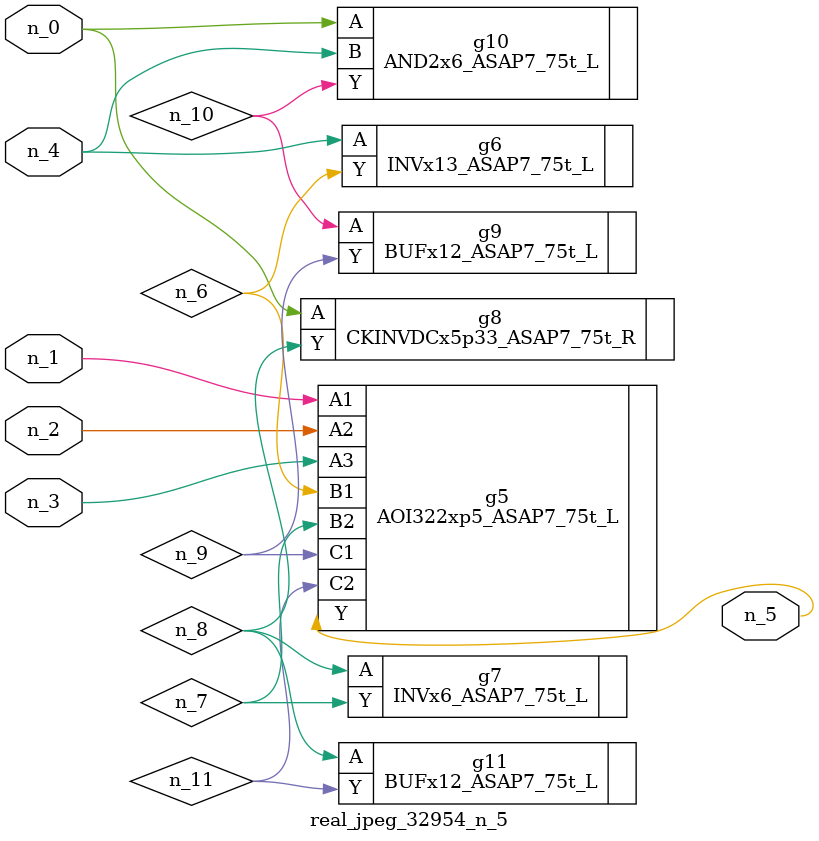
<source format=v>
module real_jpeg_32954_n_5 (n_4, n_0, n_1, n_2, n_3, n_5);

input n_4;
input n_0;
input n_1;
input n_2;
input n_3;

output n_5;

wire n_8;
wire n_11;
wire n_6;
wire n_7;
wire n_10;
wire n_9;

CKINVDCx5p33_ASAP7_75t_R g8 ( 
.A(n_0),
.Y(n_8)
);

AND2x6_ASAP7_75t_L g10 ( 
.A(n_0),
.B(n_4),
.Y(n_10)
);

AOI322xp5_ASAP7_75t_L g5 ( 
.A1(n_1),
.A2(n_2),
.A3(n_3),
.B1(n_6),
.B2(n_7),
.C1(n_9),
.C2(n_11),
.Y(n_5)
);

INVx13_ASAP7_75t_L g6 ( 
.A(n_4),
.Y(n_6)
);

INVx6_ASAP7_75t_L g7 ( 
.A(n_8),
.Y(n_7)
);

BUFx12_ASAP7_75t_L g11 ( 
.A(n_8),
.Y(n_11)
);

BUFx12_ASAP7_75t_L g9 ( 
.A(n_10),
.Y(n_9)
);


endmodule
</source>
